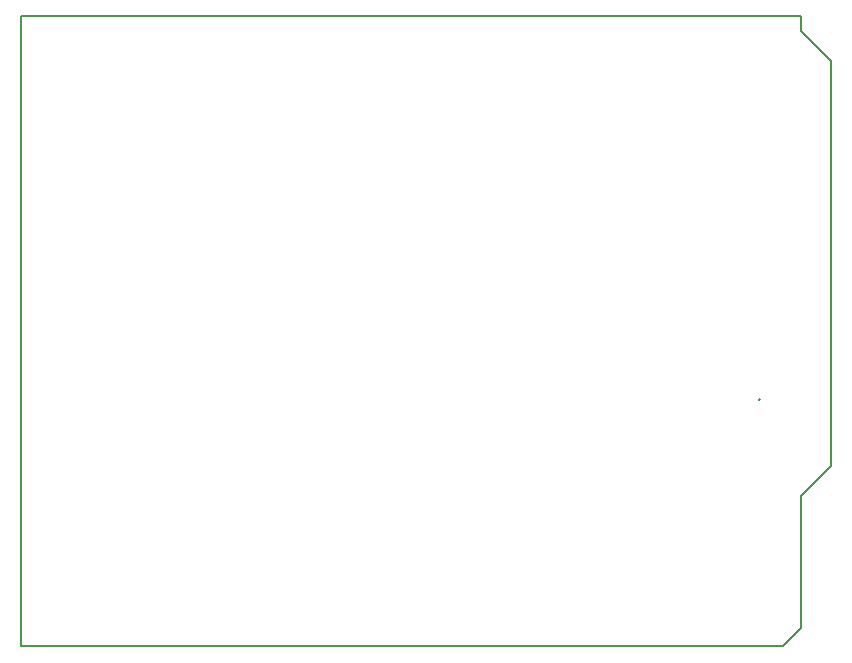
<source format=gbr>
G04 #@! TF.GenerationSoftware,KiCad,Pcbnew,5.0.2-bee76a0~70~ubuntu16.04.1*
G04 #@! TF.CreationDate,2021-10-26T00:07:22+01:00*
G04 #@! TF.ProjectId,Podcar_PCB,506f6463-6172-45f5-9043-422e6b696361,rev?*
G04 #@! TF.SameCoordinates,Original*
G04 #@! TF.FileFunction,Legend,Bot*
G04 #@! TF.FilePolarity,Positive*
%FSLAX46Y46*%
G04 Gerber Fmt 4.6, Leading zero omitted, Abs format (unit mm)*
G04 Created by KiCad (PCBNEW 5.0.2-bee76a0~70~ubuntu16.04.1) date Tue 26 Oct 2021 00:07:22 BST*
%MOMM*%
%LPD*%
G01*
G04 APERTURE LIST*
%ADD10C,0.150000*%
G04 APERTURE END LIST*
D10*
G04 #@! TO.C,XA1*
X25600000Y-139040000D02*
X90116000Y-139040000D01*
X25600000Y-85700000D02*
X91640000Y-85700000D01*
X90116000Y-139040000D02*
X91640000Y-137516000D01*
X91640000Y-85700000D02*
X91640000Y-86970000D01*
X91640000Y-86970000D02*
X94180000Y-89510000D01*
X94180000Y-89510000D02*
X94180000Y-123800000D01*
X94180000Y-123800000D02*
X91640000Y-126340000D01*
X91640000Y-126340000D02*
X91640000Y-137516000D01*
X25600000Y-139040000D02*
X25600000Y-85700000D01*
X88084000Y-118061142D02*
X88036380Y-118108761D01*
X88084000Y-118156380D01*
X88131619Y-118108761D01*
X88084000Y-118061142D01*
X88084000Y-118156380D01*
G04 #@! TD*
M02*

</source>
